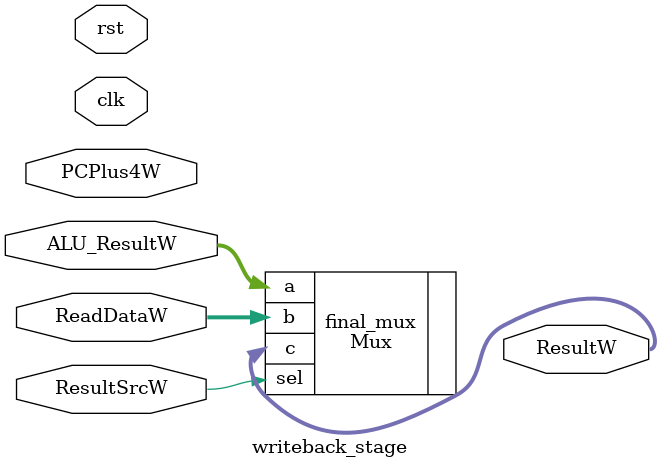
<source format=v>

module writeback_stage (clk, rst, ResultSrcW, PCPlus4W, ALU_ResultW, ReadDataW, ResultW);

    input clk, rst, ResultSrcW;
    input [31:0] PCPlus4W, ALU_ResultW, ReadDataW;

    output [31:0] ResultW;

 //--------Modules------//

     Mux final_mux (
        .a(ALU_ResultW),
        .b(ReadDataW),
        .sel(ResultSrcW),
        .c(ResultW)
      );  
      
endmodule

</source>
